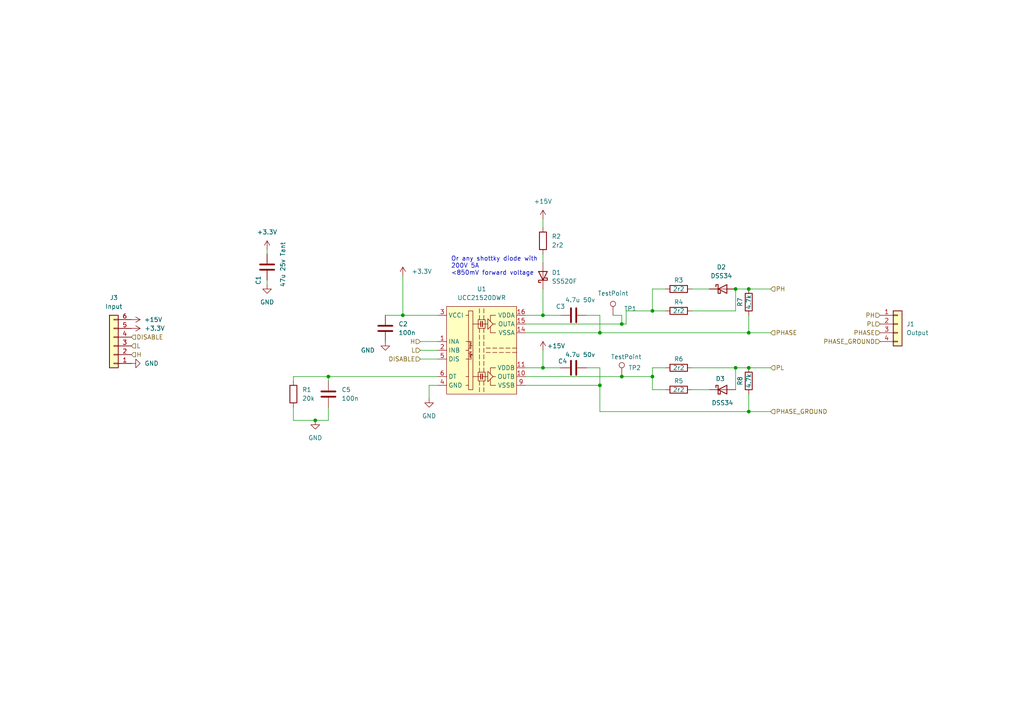
<source format=kicad_sch>
(kicad_sch (version 20230121) (generator eeschema)
  (paper "A4")
  (lib_symbols
    (symbol "Connector:TestPoint" (pin_numbers hide) (pin_names (offset 0.762) hide)
      (property "Reference" "TP" (at 0 6.858 0))
      (property "Value" "TestPoint" (at 0 5.08 0))
      (symbol "TestPoint_0_1"
        (circle (center 0 3.302) (radius 0.762))
      )
      (symbol "TestPoint_1_1"
        (pin passive line (at 0 0 90) (length 2.54) (name "1") (number "1"))
      )
    )
    (symbol "Connector_Generic:Conn_01x04" (pin_names (offset 1.016) hide)
      (property "Reference" "J" (at 0 5.08 0))
      (property "Value" "Conn_01x04" (at 0 -7.62 0))
      (symbol "Conn_01x04_1_1"
        (rectangle (start -1.27 -4.953) (end 0 -5.207) (stroke (width 0.1524)))
        (rectangle (start -1.27 -2.413) (end 0 -2.667) (stroke (width 0.1524)))
        (rectangle (start -1.27 0.127) (end 0 -0.127) (stroke (width 0.1524)))
        (rectangle (start -1.27 2.667) (end 0 2.413) (stroke (width 0.1524)))
        (rectangle (start -1.27 3.81) (end 1.27 -6.35) (stroke (width 0.254)) (fill (type background)))
        (pin passive line (at -5.08 2.54 0) (length 3.81) (name "Pin_1") (number "1"))
        (pin passive line (at -5.08 0 0) (length 3.81) (name "Pin_2") (number "2"))
        (pin passive line (at -5.08 -2.54 0) (length 3.81) (name "Pin_3") (number "3"))
        (pin passive line (at -5.08 -5.08 0) (length 3.81) (name "Pin_4") (number "4"))
      )
    )
    (symbol "Connector_Generic:Conn_01x06" (pin_names (offset 1.016) hide)
      (property "Reference" "J" (at 0 7.62 0))
      (property "Value" "Conn_01x06" (at 0 -10.16 0))
      (symbol "Conn_01x06_1_1"
        (rectangle (start -1.27 -7.493) (end 0 -7.747) (stroke (width 0.1524)))
        (rectangle (start -1.27 -4.953) (end 0 -5.207) (stroke (width 0.1524)))
        (rectangle (start -1.27 -2.413) (end 0 -2.667) (stroke (width 0.1524)))
        (rectangle (start -1.27 0.127) (end 0 -0.127) (stroke (width 0.1524)))
        (rectangle (start -1.27 2.667) (end 0 2.413) (stroke (width 0.1524)))
        (rectangle (start -1.27 5.207) (end 0 4.953) (stroke (width 0.1524)))
        (rectangle (start -1.27 6.35) (end 1.27 -8.89) (stroke (width 0.254)) (fill (type background)))
        (pin passive line (at -5.08 5.08 0) (length 3.81) (name "Pin_1") (number "1"))
        (pin passive line (at -5.08 2.54 0) (length 3.81) (name "Pin_2") (number "2"))
        (pin passive line (at -5.08 0 0) (length 3.81) (name "Pin_3") (number "3"))
        (pin passive line (at -5.08 -2.54 0) (length 3.81) (name "Pin_4") (number "4"))
        (pin passive line (at -5.08 -5.08 0) (length 3.81) (name "Pin_5") (number "5"))
        (pin passive line (at -5.08 -7.62 0) (length 3.81) (name "Pin_6") (number "6"))
      )
    )
    (symbol "Device:C" (pin_numbers hide) (pin_names (offset 0.254))
      (property "Reference" "C" (at 0.635 2.54 0))
      (property "Value" "C" (at 0.635 -2.54 0))
      (symbol "C_0_1"
        (polyline (pts (xy -2.032 -0.762) (xy 2.032 -0.762)) (stroke (width 0.508)))
        (polyline (pts (xy -2.032 0.762) (xy 2.032 0.762)) (stroke (width 0.508)))
      )
      (symbol "C_1_1"
        (pin passive line (at 0 3.81 270) (length 2.794) (name "~") (number "1"))
        (pin passive line (at 0 -3.81 90) (length 2.794) (name "~") (number "2"))
      )
    )
    (symbol "Device:D_Schottky" (pin_numbers hide) (pin_names (offset 1.016) hide)
      (property "Reference" "D" (at 0 2.54 0))
      (property "Value" "D_Schottky" (at 0 -2.54 0))
      (symbol "D_Schottky_0_1"
        (polyline (pts (xy 1.27 0) (xy -1.27 0)))
        (polyline (pts (xy 1.27 1.27) (xy 1.27 -1.27) (xy -1.27 0) (xy 1.27 1.27)) (stroke (width 0.254)))
        (polyline (pts (xy -1.905 0.635) (xy -1.905 1.27) (xy -1.27 1.27) (xy -1.27 -1.27) (xy -0.635 -1.27) (xy -0.635 -0.635)) (stroke (width 0.254)))
      )
      (symbol "D_Schottky_1_1"
        (pin passive line (at -3.81 0 0) (length 2.54) (name "K") (number "1"))
        (pin passive line (at 3.81 0 180) (length 2.54) (name "A") (number "2"))
      )
    )
    (symbol "Device:R" (pin_numbers hide) (pin_names (offset 0))
      (property "Reference" "R" (at 2.032 0 90))
      (property "Value" "R" (at 0 0 90))
      (symbol "R_0_1"
        (rectangle (start -1.016 -2.54) (end 1.016 2.54) (stroke (width 0.254)))
      )
      (symbol "R_1_1"
        (pin passive line (at 0 3.81 270) (length 1.27) (name "~") (number "1"))
        (pin passive line (at 0 -3.81 90) (length 1.27) (name "~") (number "2"))
      )
    )
    (symbol "Driver_FET:UCC21520DW"
      (property "Reference" "U" (at 0 16.51 0))
      (property "Value" "UCC21520DW" (at 0 13.97 0))
      (symbol "UCC21520DW_0_0"
        (polyline (pts (xy -0.635 6.35) (xy -0.635 5.08)))
        (polyline (pts (xy -0.635 10.16) (xy -0.635 8.89)))
        (polyline (pts (xy -0.635 12.065) (xy -0.635 10.795)))
        (polyline (pts (xy -0.254 -7.62) (xy -2.54 -7.62)))
        (polyline (pts (xy -0.254 -6.858) (xy -0.254 -8.382)) (stroke (width 0.254)))
        (polyline (pts (xy -0.254 7.62) (xy -2.54 7.62)))
        (polyline (pts (xy -0.254 8.382) (xy -0.254 6.858)) (stroke (width 0.254)))
        (polyline (pts (xy 0.254 -7.62) (xy 1.778 -7.62)))
        (polyline (pts (xy 0.254 -6.858) (xy 0.254 -8.382)) (stroke (width 0.254)))
        (polyline (pts (xy 0.254 7.62) (xy 1.778 7.62)))
        (polyline (pts (xy 0.254 8.382) (xy 0.254 6.858)) (stroke (width 0.254)))
        (polyline (pts (xy 0.635 6.35) (xy 0.635 5.08)))
        (polyline (pts (xy 0.635 8.89) (xy 0.635 10.16)))
        (polyline (pts (xy 0.635 10.795) (xy 0.635 12.065)))
        (polyline (pts (xy 2.54 -0.635) (xy 1.27 -0.635)))
        (polyline (pts (xy 2.54 0.635) (xy 1.27 0.635)))
        (polyline (pts (xy 4.064 -7.62) (xy 3.302 -7.62)))
        (polyline (pts (xy 4.064 7.62) (xy 3.302 7.62)))
        (polyline (pts (xy 4.445 -0.635) (xy 3.175 -0.635)))
        (polyline (pts (xy 4.445 0.635) (xy 3.175 0.635)))
        (polyline (pts (xy 6.35 -0.635) (xy 5.08 -0.635)))
        (polyline (pts (xy 6.35 0.635) (xy 5.08 0.635)))
        (polyline (pts (xy 8.255 -0.635) (xy 6.985 -0.635)))
        (polyline (pts (xy 8.255 0.635) (xy 6.985 0.635)))
        (polyline (pts (xy 10.16 -0.635) (xy 8.89 -0.635)))
        (polyline (pts (xy 10.16 0.635) (xy 8.89 0.635)))
        (polyline (pts (xy 4.064 -10.16) (xy 2.54 -10.16) (xy 2.54 -8.382)))
        (polyline (pts (xy 4.064 -5.08) (xy 2.54 -5.08) (xy 2.54 -6.858)))
        (polyline (pts (xy 4.064 5.08) (xy 2.54 5.08) (xy 2.54 6.858)))
        (polyline (pts (xy 4.064 10.16) (xy 2.54 10.16) (xy 2.54 8.382)))
        (polyline (pts (xy 3.302 -7.62) (xy 1.778 -9.144) (xy 1.778 -6.096) (xy 3.302 -7.62)))
        (polyline (pts (xy 3.302 7.62) (xy 1.778 6.096) (xy 1.778 9.144) (xy 3.302 7.62)))
        (rectangle (start 1.016 -6.35) (end -1.016 -8.89))
        (rectangle (start 1.016 8.89) (end -1.016 6.35))
        (text "Logic Input" (at -3.302 0 900) (effects (font (size 0.635 0.635))))
      )
      (symbol "UCC21520DW_0_1"
        (rectangle (start -3.81 11.43) (end -2.54 -11.43))
        (polyline (pts (xy -3.81 -10.16) (xy -4.572 -10.16)))
        (polyline (pts (xy -3.81 -7.62) (xy -4.572 -7.62)))
        (polyline (pts (xy -3.81 -2.54) (xy -4.572 -2.54)))
        (polyline (pts (xy -3.81 0) (xy -4.572 0)))
        (polyline (pts (xy -3.81 2.54) (xy -4.572 2.54)))
        (polyline (pts (xy -3.81 10.16) (xy -4.572 10.16)))
        (polyline (pts (xy -0.635 -10.795) (xy -0.635 -12.065)))
        (polyline (pts (xy -0.635 -8.89) (xy -0.635 -10.16)))
        (polyline (pts (xy -0.635 -5.08) (xy -0.635 -6.35)))
        (polyline (pts (xy -0.635 -3.175) (xy -0.635 -4.445)))
        (polyline (pts (xy -0.635 -1.27) (xy -0.635 -2.54)))
        (polyline (pts (xy -0.635 0.635) (xy -0.635 -0.635)))
        (polyline (pts (xy -0.635 2.54) (xy -0.635 1.27)))
        (polyline (pts (xy -0.635 4.445) (xy -0.635 3.175)))
        (polyline (pts (xy 0.635 -10.795) (xy 0.635 -12.065)))
        (polyline (pts (xy 0.635 -8.89) (xy 0.635 -10.16)))
        (polyline (pts (xy 0.635 -5.08) (xy 0.635 -6.35)))
        (polyline (pts (xy 0.635 -3.175) (xy 0.635 -4.445)))
        (polyline (pts (xy 0.635 -1.27) (xy 0.635 -2.54)))
        (polyline (pts (xy 0.635 0.635) (xy 0.635 -0.635)))
        (polyline (pts (xy 0.635 2.54) (xy 0.635 1.27)))
        (polyline (pts (xy 0.635 4.445) (xy 0.635 3.175)))
        (rectangle (start 10.16 12.7) (end -10.16 -12.7) (fill (type background)))
      )
      (symbol "UCC21520DW_1_1"
        (pin input line (at -12.7 2.54 0) (length 2.54) (name "INA") (number "1"))
        (pin output line (at 12.7 -7.62 180) (length 2.54) (name "OUTB") (number "10"))
        (pin power_in line (at 12.7 -5.08 180) (length 2.54) (name "VDDB") (number "11"))
        (pin no_connect line (at 10.16 -2.54 180) (length 2.54) hide (name "NC") (number "12"))
        (pin no_connect line (at 10.16 2.54 180) (length 2.54) hide (name "NC") (number "13"))
        (pin power_in line (at 12.7 5.08 180) (length 2.54) (name "VSSA") (number "14"))
        (pin output line (at 12.7 7.62 180) (length 2.54) (name "OUTA") (number "15"))
        (pin power_in line (at 12.7 10.16 180) (length 2.54) (name "VDDA") (number "16"))
        (pin input line (at -12.7 0 0) (length 2.54) (name "INB") (number "2"))
        (pin power_in line (at -12.7 10.16 0) (length 2.54) (name "VCCI") (number "3"))
        (pin power_in line (at -12.7 -10.16 0) (length 2.54) (name "GND") (number "4"))
        (pin input line (at -12.7 -2.54 0) (length 2.54) (name "DIS") (number "5"))
        (pin passive line (at -12.7 -7.62 0) (length 2.54) (name "DT") (number "6"))
        (pin no_connect line (at -10.16 -5.08 0) (length 2.54) hide (name "NC") (number "7"))
        (pin passive line (at -12.7 10.16 0) (length 2.54) hide (name "VCCI") (number "8"))
        (pin power_in line (at 12.7 -10.16 180) (length 2.54) (name "VSSB") (number "9"))
      )
    )
    (symbol "power:+15V" (power) (pin_names (offset 0))
      (property "Value" "+15V" (at 0 3.556 0))
      (symbol "+15V_0_1"
        (polyline (pts (xy -0.762 1.27) (xy 0 2.54)))
        (polyline (pts (xy 0 0) (xy 0 2.54)))
        (polyline (pts (xy 0 2.54) (xy 0.762 1.27)))
      )
      (symbol "+15V_1_1"
        (pin power_in line (at 0 0 90) (length 0) hide (name "+15V") (number "1"))
      )
    )
    (symbol "power:+3.3V" (power) (pin_names (offset 0))
      (property "Value" "+3.3V" (at 0 3.556 0))
      (symbol "+3.3V_0_1"
        (polyline (pts (xy -0.762 1.27) (xy 0 2.54)))
        (polyline (pts (xy 0 0) (xy 0 2.54)))
        (polyline (pts (xy 0 2.54) (xy 0.762 1.27)))
      )
      (symbol "+3.3V_1_1"
        (pin power_in line (at 0 0 90) (length 0) hide (name "+3.3V") (number "1"))
      )
    )
    (symbol "power:GND" (power) (pin_names (offset 0))
      (property "Value" "GND" (at 0 -3.81 0))
      (symbol "GND_0_1"
        (polyline (pts (xy 0 0) (xy 0 -1.27) (xy 1.27 -1.27) (xy 0 -2.54) (xy -1.27 -1.27) (xy 0 -1.27)))
      )
      (symbol "GND_1_1"
        (pin power_in line (at 0 0 270) (length 0) hide (name "GND") (number "1"))
      )
    )
  )
  (junction (at 95.25 109.22))
  (junction (at 173.99 111.76))
  (junction (at 213.36 83.82))
  (junction (at 157.48 91.44))
  (junction (at 217.17 83.82))
  (junction (at 91.44 121.92))
  (junction (at 173.99 96.52))
  (junction (at 189.23 90.17))
  (junction (at 217.17 96.52))
  (junction (at 116.84 91.44))
  (junction (at 217.17 106.68))
  (junction (at 217.17 119.38))
  (junction (at 189.23 109.22))
  (junction (at 213.36 106.68))
  (junction (at 180.34 93.98))
  (junction (at 157.48 106.68))
  (junction (at 180.34 109.22))
  (wire (pts (xy 121.92 99.06) (xy 127 99.06)))
  (wire (pts (xy 213.36 83.82) (xy 213.36 90.17)))
  (wire (pts (xy 152.4 93.98) (xy 180.34 93.98)))
  (wire (pts (xy 77.47 81.28) (xy 77.47 82.55)))
  (wire (pts (xy 127 111.76) (xy 124.46 111.76)))
  (wire (pts (xy 217.17 119.38) (xy 223.52 119.38)))
  (wire (pts (xy 121.92 101.6) (xy 127 101.6)))
  (wire (pts (xy 180.34 109.22) (xy 189.23 109.22)))
  (wire (pts (xy 111.76 91.44) (xy 116.84 91.44)))
  (wire (pts (xy 157.48 83.82) (xy 157.48 91.44)))
  (wire (pts (xy 217.17 96.52) (xy 223.52 96.52)))
  (wire (pts (xy 189.23 113.03) (xy 193.04 113.03)))
  (wire (pts (xy 152.4 106.68) (xy 157.48 106.68)))
  (wire (pts (xy 77.47 72.39) (xy 77.47 73.66)))
  (wire (pts (xy 189.23 106.68) (xy 193.04 106.68)))
  (wire (pts (xy 213.36 106.68) (xy 217.17 106.68)))
  (wire (pts (xy 85.09 110.49) (xy 85.09 109.22)))
  (wire (pts (xy 217.17 114.3) (xy 217.17 119.38)))
  (wire (pts (xy 116.84 80.01) (xy 116.84 91.44)))
  (wire (pts (xy 180.34 91.44) (xy 180.34 93.98)))
  (wire (pts (xy 157.48 106.68) (xy 162.56 106.68)))
  (wire (pts (xy 217.17 119.38) (xy 173.99 119.38)))
  (wire (pts (xy 157.48 91.44) (xy 162.56 91.44)))
  (wire (pts (xy 173.99 91.44) (xy 170.18 91.44)))
  (wire (pts (xy 193.04 90.17) (xy 189.23 90.17)))
  (wire (pts (xy 217.17 106.68) (xy 223.52 106.68)))
  (wire (pts (xy 189.23 109.22) (xy 189.23 113.03)))
  (wire (pts (xy 217.17 91.44) (xy 217.17 96.52)))
  (wire (pts (xy 85.09 109.22) (xy 95.25 109.22)))
  (wire (pts (xy 217.17 83.82) (xy 223.52 83.82)))
  (wire (pts (xy 189.23 106.68) (xy 189.23 109.22)))
  (wire (pts (xy 200.66 106.68) (xy 213.36 106.68)))
  (wire (pts (xy 213.36 106.68) (xy 213.36 113.03)))
  (wire (pts (xy 85.09 121.92) (xy 91.44 121.92)))
  (wire (pts (xy 152.4 96.52) (xy 173.99 96.52)))
  (wire (pts (xy 213.36 83.82) (xy 217.17 83.82)))
  (wire (pts (xy 157.48 63.5) (xy 157.48 66.04)))
  (wire (pts (xy 152.4 111.76) (xy 173.99 111.76)))
  (wire (pts (xy 180.34 93.98) (xy 181.61 93.98)))
  (wire (pts (xy 121.92 104.14) (xy 127 104.14)))
  (wire (pts (xy 189.23 83.82) (xy 193.04 83.82)))
  (wire (pts (xy 95.25 109.22) (xy 127 109.22)))
  (wire (pts (xy 213.36 90.17) (xy 200.66 90.17)))
  (wire (pts (xy 170.18 106.68) (xy 173.99 106.68)))
  (wire (pts (xy 181.61 90.17) (xy 189.23 90.17)))
  (wire (pts (xy 95.25 118.11) (xy 95.25 121.92)))
  (wire (pts (xy 157.48 73.66) (xy 157.48 76.2)))
  (wire (pts (xy 200.66 83.82) (xy 205.74 83.82)))
  (wire (pts (xy 85.09 118.11) (xy 85.09 121.92)))
  (wire (pts (xy 152.4 109.22) (xy 180.34 109.22)))
  (wire (pts (xy 189.23 90.17) (xy 189.23 83.82)))
  (wire (pts (xy 95.25 121.92) (xy 91.44 121.92)))
  (wire (pts (xy 124.46 111.76) (xy 124.46 115.57)))
  (wire (pts (xy 116.84 91.44) (xy 127 91.44)))
  (wire (pts (xy 177.8 91.44) (xy 180.34 91.44)))
  (wire (pts (xy 173.99 96.52) (xy 217.17 96.52)))
  (wire (pts (xy 152.4 91.44) (xy 157.48 91.44)))
  (wire (pts (xy 95.25 109.22) (xy 95.25 110.49)))
  (wire (pts (xy 181.61 93.98) (xy 181.61 90.17)))
  (wire (pts (xy 157.48 101.6) (xy 157.48 106.68)))
  (wire (pts (xy 173.99 106.68) (xy 173.99 111.76)))
  (wire (pts (xy 173.99 111.76) (xy 173.99 119.38)))
  (wire (pts (xy 200.66 113.03) (xy 205.74 113.03)))
  (wire (pts (xy 173.99 96.52) (xy 173.99 91.44)))
  (text "Or any shottky diode with \n200V 5A\n<850mV forward voltage" (at 130.81 80.01 0) (effects (font (size 1.27 1.27)) (justify left bottom)))
  (hierarchical_label "PH" (shape input) (at 255.27 91.44 180))
  (hierarchical_label "PHASE_GROUND" (shape input) (at 255.27 99.06 180))
  (hierarchical_label "L" (shape input) (at 38.1 100.33 0))
  (hierarchical_label "PHASE" (shape input) (at 223.52 96.52 0))
  (hierarchical_label "H" (shape input) (at 38.1 102.87 0))
  (hierarchical_label "PL" (shape input) (at 223.52 106.68 0))
  (hierarchical_label "DISABLE" (shape input) (at 121.92 104.14 180))
  (hierarchical_label "PH" (shape input) (at 223.52 83.82 0))
  (hierarchical_label "DISABLE" (shape input) (at 38.1 97.79 0))
  (hierarchical_label "H" (shape input) (at 121.92 99.06 180))
  (hierarchical_label "PHASE_GROUND" (shape input) (at 223.52 119.38 0))
  (hierarchical_label "L" (shape input) (at 121.92 101.6 180))
  (hierarchical_label "PL" (shape input) (at 255.27 93.98 180))
  (hierarchical_label "PHASE" (shape input) (at 255.27 96.52 180))
  (symbol (lib_id "power:+15V") (at 157.48 63.5 0) (unit 1)
    (property "Reference" "#PWR07" (effects hide))
    (property "Value" "+15V" (at 157.48 58.42 0))
  )
  (symbol (lib_id "Device:R") (at 85.09 114.3 0) (unit 1)
    (property "Reference" "R1" (at 87.63 113.03 0) (effects (justify left)))
    (property "Value" "20k" (at 87.63 115.57 0) (effects (justify left)))
    (property "Footprint" "Resistor_SMD:R_0805_2012Metric" (effects hide))
    (property "MPN" "C4328" (effects hide))
    (property "Mouser" "71-CRCW0805J-20K-E3" (effects hide))
  )
  (symbol (lib_id "Device:C") (at 95.25 114.3 0) (unit 1)
    (property "Reference" "C5" (at 99.06 113.03 0) (effects (justify left)))
    (property "Value" "100n" (at 99.06 115.57 0) (effects (justify left)))
    (property "Footprint" "Capacitor_SMD:C_0805_2012Metric" (effects hide))
    (property "Mouser" "187-CL21B104KBFNNNE" (effects hide))
    (property "MPN" "C28233" (effects hide))
  )
  (symbol (lib_id "power:GND") (at 77.47 82.55 0) (unit 1)
    (property "Reference" "#PWR02" (effects hide))
    (property "Value" "GND" (at 77.47 87.63 0))
  )
  (symbol (lib_id "Device:R") (at 196.85 90.17 90) (unit 1)
    (property "Reference" "R4" (at 196.85 87.63 90))
    (property "Value" "2r2" (at 196.85 90.17 90))
    (property "Footprint" "Resistor_SMD:R_0805_2012Metric" (effects hide))
    (property "Mouser" "603-RC0805JR-072R2L" (effects hide))
    (property "MPN" "C17521" (effects hide))
  )
  (symbol (lib_id "Device:C") (at 166.37 106.68 90) (unit 1)
    (property "Reference" "C4" (at 163.195 104.775 90))
    (property "Value" "4.7u 50v" (at 168.275 102.87 90))
    (property "Footprint" "Capacitor_SMD:C_1206_3216Metric" (effects hide))
    (property "MPN" "C29823" (effects hide))
    (property "Mouser" "81-GRM319R61H475KA2D" (effects hide))
  )
  (symbol (lib_id "Device:R") (at 217.17 87.63 180) (unit 1)
    (property "Reference" "R7" (at 214.63 87.63 90))
    (property "Value" "4.7k" (at 217.17 87.63 90))
    (property "Footprint" "Resistor_SMD:R_0805_2012Metric" (effects hide))
    (property "MPN" "C17673" (effects hide))
    (property "Mouser" "603-RC0805FR-074K7L" (effects hide))
  )
  (symbol (lib_id "Device:D_Schottky") (at 157.48 80.01 90) (unit 1)
    (property "Reference" "D1" (at 160.02 79.0575 90) (effects (justify right)))
    (property "Value" "SS520F" (at 160.02 81.5975 90) (effects (justify right)))
    (property "Footprint" "Diode_SMD:D_SMA" (effects hide))
    (property "MPN" "C353179" (effects hide))
    (property "Mouser" "750-SS520B-HF" (effects hide))
  )
  (symbol (lib_id "power:GND") (at 38.1 105.41 90) (unit 1)
    (property "Reference" "#PWR010" (effects hide))
    (property "Value" "GND" (at 41.91 105.41 90) (effects (justify right)))
  )
  (symbol (lib_id "Device:C") (at 166.37 91.44 90) (unit 1)
    (property "Reference" "C3" (at 162.56 88.9 90))
    (property "Value" "4.7u 50v" (at 168.275 86.995 90))
    (property "Footprint" "Capacitor_SMD:C_1206_3216Metric" (effects hide))
    (property "MPN" "C29823" (effects hide))
    (property "Mouser" "81-GRM319R61H475KA2D" (effects hide))
  )
  (symbol (lib_id "power:+3.3V") (at 77.47 72.39 0) (unit 1)
    (property "Reference" "#PWR01" (effects hide))
    (property "Value" "+3.3V" (at 77.47 67.31 0))
  )
  (symbol (lib_id "Connector:TestPoint") (at 180.34 109.22 0) (unit 1)
    (property "Reference" "TP2" (at 182.245 106.68 0) (effects (justify left)))
    (property "Value" "TestPoint" (at 177.165 103.505 0) (effects (justify left)))
    (property "Footprint" "TestPoint:TestPoint_Pad_D1.0mm" (effects hide))
  )
  (symbol (lib_id "Device:C") (at 111.76 95.25 0) (unit 1)
    (property "Reference" "C2" (at 115.57 93.98 0) (effects (justify left)))
    (property "Value" "100n" (at 115.57 96.52 0) (effects (justify left)))
    (property "Footprint" "Capacitor_SMD:C_0805_2012Metric" (effects hide))
    (property "Mouser" "187-CL21B104KBFNNNE" (effects hide))
    (property "MPN" "C28233" (effects hide))
  )
  (symbol (lib_id "Device:R") (at 196.85 106.68 90) (unit 1)
    (property "Reference" "R6" (at 196.85 104.14 90))
    (property "Value" "2r2" (at 196.85 106.68 90))
    (property "Footprint" "Resistor_SMD:R_0805_2012Metric" (effects hide))
    (property "Mouser" "603-RC0805JR-072R2L" (effects hide))
    (property "MPN" "C17521" (effects hide))
  )
  (symbol (lib_id "Device:R") (at 196.85 83.82 90) (unit 1)
    (property "Reference" "R3" (at 196.85 81.28 90))
    (property "Value" "2r2" (at 196.85 83.82 90))
    (property "Footprint" "Resistor_SMD:R_0805_2012Metric" (effects hide))
    (property "Mouser" "603-RC0805JR-072R2L" (effects hide))
    (property "MPN" "C17521" (effects hide))
  )
  (symbol (lib_id "Device:D_Schottky") (at 209.55 113.03 0) (unit 1)
    (property "Reference" "D3" (at 208.915 109.855 0))
    (property "Value" "DSS34" (at 209.55 116.84 0))
    (property "Footprint" "Diode_SMD:D_SOD-123F" (effects hide))
    (property "MPN" "C511866" (effects hide))
    (property "Mouser" "621-SBR3U40S1FQ-7" (effects hide))
  )
  (symbol (lib_id "Driver_FET:UCC21520DW") (at 139.7 101.6 0) (unit 1)
    (property "Reference" "U1" (at 139.7 83.82 0))
    (property "Value" "UCC21520DWR" (at 139.7 86.36 0))
    (property "Footprint" "Package_SO:SOIC-16W_7.5x10.3mm_P1.27mm" (effects hide))
    (property "Datasheet" "http://www.ti.com/lit/ds/symlink/ucc21520.pdf" (effects hide))
    (property "MPN" "C601651" (effects hide))
    (property "JlcRotOffset" "-90" (effects hide))
    (property "Mouser" "595-UCC21520DWR" (effects hide))
  )
  (symbol (lib_id "Connector_Generic:Conn_01x04") (at 260.35 93.98 0) (unit 1)
    (property "Reference" "J1" (at 262.89 93.98 0) (effects (justify left)))
    (property "Value" "Output" (at 262.89 96.52 0) (effects (justify left)))
    (property "Footprint" "Connector_PinHeader_2.54mm:PinHeader_1x04_P2.54mm_Vertical" (effects hide))
  )
  (symbol (lib_id "Connector_Generic:Conn_01x06") (at 33.02 100.33 180) (unit 1)
    (property "Reference" "J3" (at 33.02 86.36 0))
    (property "Value" "Input" (at 33.02 88.9 0))
    (property "Footprint" "Connector_PinHeader_2.54mm:PinHeader_1x06_P2.54mm_Vertical" (effects hide))
  )
  (symbol (lib_id "power:GND") (at 124.46 115.57 0) (unit 1)
    (property "Reference" "#PWR03" (effects hide))
    (property "Value" "GND" (at 124.46 120.65 0))
  )
  (symbol (lib_id "Connector:TestPoint") (at 177.8 91.44 0) (unit 1)
    (property "Reference" "TP1" (at 180.975 89.535 0) (effects (justify left)))
    (property "Value" "TestPoint" (at 173.355 85.09 0) (effects (justify left)))
    (property "Footprint" "TestPoint:TestPoint_Pad_D1.0mm" (effects hide))
  )
  (symbol (lib_id "Device:R") (at 157.48 69.85 0) (unit 1)
    (property "Reference" "R2" (at 160.02 68.58 0) (effects (justify left)))
    (property "Value" "2r2" (at 160.02 71.12 0) (effects (justify left)))
    (property "Footprint" "Resistor_SMD:R_0805_2012Metric" (effects hide))
    (property "MPN" "C17521" (effects hide))
    (property "Mouser" "603-RC0805JR-072R2L" (effects hide))
  )
  (symbol (lib_id "power:+15V") (at 38.1 92.71 270) (unit 1)
    (property "Reference" "#PWR011" (effects hide))
    (property "Value" "+15V" (at 44.45 92.71 90))
  )
  (symbol (lib_id "Device:R") (at 196.85 113.03 90) (unit 1)
    (property "Reference" "R5" (at 196.85 110.49 90))
    (property "Value" "2r2" (at 196.85 113.03 90))
    (property "Footprint" "Resistor_SMD:R_0805_2012Metric" (effects hide))
    (property "Mouser" "603-RC0805JR-072R2L" (effects hide))
    (property "MPN" "C17521" (effects hide))
  )
  (symbol (lib_id "power:+15V") (at 157.48 101.6 0) (unit 1)
    (property "Reference" "#PWR08" (effects hide))
    (property "Value" "+15V" (at 161.29 100.33 0))
  )
  (symbol (lib_id "power:GND") (at 111.76 99.06 0) (unit 1)
    (property "Reference" "#PWR06" (effects hide))
    (property "Value" "GND" (at 106.68 101.6 0))
  )
  (symbol (lib_id "power:+3.3V") (at 38.1 95.25 270) (unit 1)
    (property "Reference" "#PWR09" (effects hide))
    (property "Value" "+3.3V" (at 41.91 95.25 90) (effects (justify left)))
  )
  (symbol (lib_id "power:+3.3V") (at 116.84 80.01 0) (unit 1)
    (property "Reference" "#PWR04" (effects hide))
    (property "Value" "+3.3V" (at 119.38 78.74 0) (effects (justify left)))
  )
  (symbol (lib_id "Device:D_Schottky") (at 209.55 83.82 0) (unit 1)
    (property "Reference" "D2" (at 209.2325 77.47 0))
    (property "Value" "DSS34" (at 209.2325 80.01 0))
    (property "Footprint" "Diode_SMD:D_SOD-123F" (effects hide))
    (property "Mouser" "621-SBR3U40S1FQ-7" (effects hide))
    (property "MPN" "C511866" (effects hide))
  )
  (symbol (lib_id "power:GND") (at 91.44 121.92 0) (unit 1)
    (property "Reference" "#PWR05" (effects hide))
    (property "Value" "GND" (at 91.44 127 0))
  )
  (symbol (lib_id "Device:R") (at 217.17 110.49 180) (unit 1)
    (property "Reference" "R8" (at 214.63 110.49 90))
    (property "Value" "4.7k" (at 217.17 110.49 90))
    (property "Footprint" "Resistor_SMD:R_0805_2012Metric" (effects hide))
    (property "Mouser" "603-RC0805FR-074K7L" (effects hide))
    (property "MPN" "C17673" (effects hide))
  )
  (symbol (lib_id "Device:C") (at 77.47 77.47 180) (unit 1)
    (property "Reference" "C1" (at 74.93 81.28 90))
    (property "Value" "47u 25v Tant" (at 82.042 76.708 90))
    (property "Footprint" "Capacitor_Tantalum_SMD:CP_EIA-7343-31_Kemet-D" (effects hide))
    (property "MPN" "C117039" (effects hide))
    (property "Mouser" "80-T491D476K25AT7280" (effects hide))
  )
)
</source>
